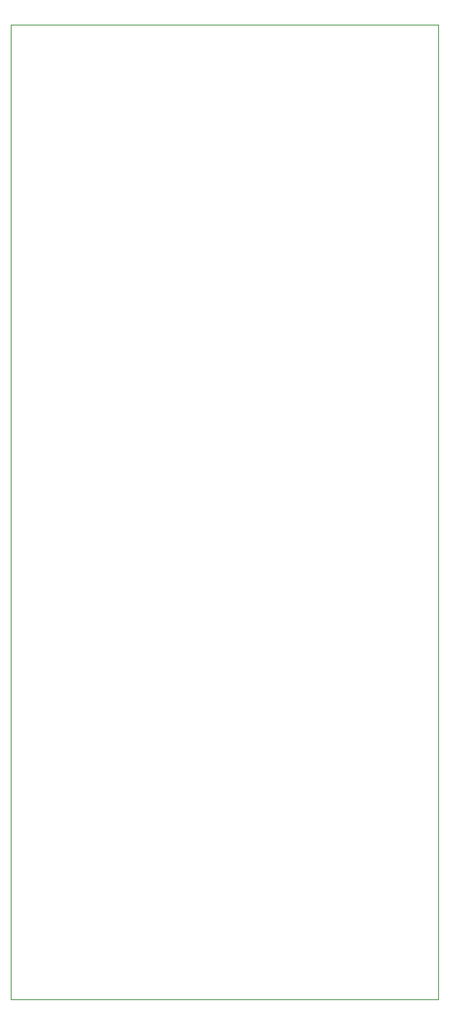
<source format=gbr>
G04 #@! TF.GenerationSoftware,KiCad,Pcbnew,5.1.6*
G04 #@! TF.CreationDate,2020-09-24T09:13:06+02:00*
G04 #@! TF.ProjectId,Mainboard,4d61696e-626f-4617-9264-2e6b69636164,rev?*
G04 #@! TF.SameCoordinates,Original*
G04 #@! TF.FileFunction,Profile,NP*
%FSLAX46Y46*%
G04 Gerber Fmt 4.6, Leading zero omitted, Abs format (unit mm)*
G04 Created by KiCad (PCBNEW 5.1.6) date 2020-09-24 09:13:06*
%MOMM*%
%LPD*%
G01*
G04 APERTURE LIST*
G04 #@! TA.AperFunction,Profile*
%ADD10C,0.050000*%
G04 #@! TD*
G04 APERTURE END LIST*
D10*
X18999200Y-68961000D02*
X18999200Y-176022000D01*
X65963800Y-176022000D02*
X63754000Y-176022000D01*
X65963800Y-68961000D02*
X65963800Y-176022000D01*
X18999200Y-68961000D02*
X65963800Y-68961000D01*
X63754000Y-176022000D02*
X18999200Y-176022000D01*
M02*

</source>
